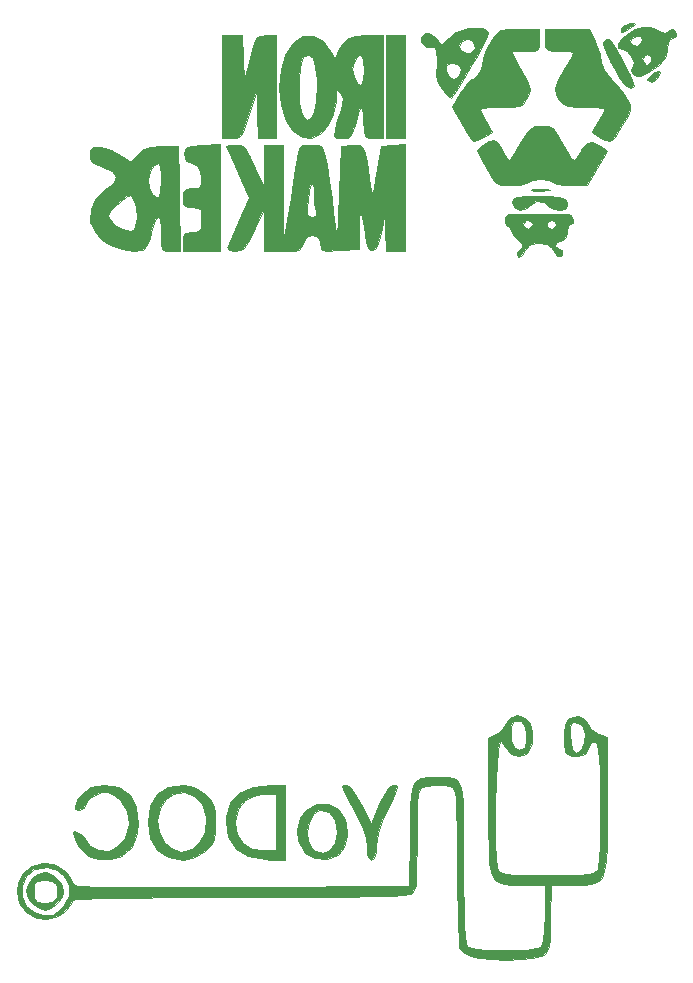
<source format=gbr>
%TF.GenerationSoftware,KiCad,Pcbnew,(5.1.6)-1*%
%TF.CreationDate,2020-09-14T15:10:25-05:00*%
%TF.ProjectId,Follower_Line_PCB_IM,466f6c6c-6f77-4657-925f-4c696e655f50,Iron Makers*%
%TF.SameCoordinates,Original*%
%TF.FileFunction,Legend,Bot*%
%TF.FilePolarity,Positive*%
%FSLAX46Y46*%
G04 Gerber Fmt 4.6, Leading zero omitted, Abs format (unit mm)*
G04 Created by KiCad (PCBNEW (5.1.6)-1) date 2020-09-14 15:10:25*
%MOMM*%
%LPD*%
G01*
G04 APERTURE LIST*
%ADD10C,0.010000*%
G04 APERTURE END LIST*
D10*
%TO.C,G\u002A\u002A\u002A*%
G36*
X153018997Y-126511420D02*
G01*
X152621955Y-127108955D01*
X152615818Y-127131569D01*
X152295571Y-127593452D01*
X151853700Y-127893409D01*
X151214666Y-128184572D01*
X151214666Y-133970070D01*
X151215321Y-136016262D01*
X151234712Y-137594119D01*
X151298983Y-138764423D01*
X151434277Y-139587954D01*
X151666735Y-140125492D01*
X152022502Y-140437819D01*
X152527718Y-140585714D01*
X153208527Y-140629959D01*
X154079770Y-140631333D01*
X155977166Y-140631333D01*
X155977166Y-143091958D01*
X155940740Y-144443273D01*
X155835806Y-145385042D01*
X155668883Y-145860231D01*
X155659666Y-145870083D01*
X155245311Y-146021075D01*
X154444454Y-146125586D01*
X153397717Y-146183618D01*
X152245718Y-146195171D01*
X151129079Y-146160244D01*
X150188419Y-146078837D01*
X149564358Y-145950950D01*
X149415500Y-145870083D01*
X149307985Y-145589720D01*
X149224683Y-144963335D01*
X149163839Y-143952368D01*
X149123700Y-142518260D01*
X149102511Y-140622450D01*
X149098000Y-138891022D01*
X149097484Y-136721804D01*
X149084152Y-135024195D01*
X149040324Y-133740659D01*
X148948322Y-132813659D01*
X148790467Y-132185660D01*
X148549080Y-131799126D01*
X148206482Y-131596520D01*
X147744994Y-131520307D01*
X147146939Y-131512952D01*
X146832136Y-131516742D01*
X146060813Y-131538051D01*
X145492601Y-131632036D01*
X145094832Y-131869602D01*
X144834841Y-132321657D01*
X144679959Y-133059106D01*
X144597520Y-134152856D01*
X144554857Y-135673812D01*
X144540361Y-136491211D01*
X144467791Y-140763625D01*
X130246437Y-140832069D01*
X127079785Y-140845519D01*
X124403762Y-140852372D01*
X122179862Y-140851829D01*
X120369580Y-140843093D01*
X118934410Y-140825366D01*
X117835846Y-140797851D01*
X117035381Y-140759749D01*
X116494512Y-140710263D01*
X116174731Y-140648595D01*
X116037533Y-140573947D01*
X116025083Y-140537420D01*
X115850457Y-140123136D01*
X115420876Y-139573379D01*
X115327545Y-139476788D01*
X114448786Y-138915364D01*
X113488227Y-138790047D01*
X112569429Y-139049247D01*
X111815953Y-139641379D01*
X111351361Y-140514856D01*
X111262583Y-141173922D01*
X111485821Y-142202463D01*
X112073945Y-142974357D01*
X112904568Y-143439316D01*
X113855306Y-143547051D01*
X114803772Y-143247275D01*
X115327545Y-142844212D01*
X115784020Y-142331659D01*
X116017272Y-141960091D01*
X116025083Y-141918170D01*
X116281560Y-141874714D01*
X117018574Y-141833962D01*
X118187500Y-141796708D01*
X119739710Y-141763741D01*
X121626578Y-141735853D01*
X123799480Y-141713836D01*
X126209787Y-141698482D01*
X128808875Y-141690580D01*
X130065394Y-141689666D01*
X133596851Y-141684362D01*
X136655846Y-141668562D01*
X139233404Y-141642435D01*
X141320551Y-141606149D01*
X142908314Y-141559875D01*
X143058501Y-141552070D01*
X115695645Y-141552070D01*
X115316831Y-142392967D01*
X115111068Y-142627735D01*
X114334670Y-143164960D01*
X113486274Y-143225500D01*
X112748123Y-142978262D01*
X112033594Y-142404467D01*
X111683362Y-141602462D01*
X111693088Y-140723674D01*
X112058435Y-139919531D01*
X112775067Y-139341464D01*
X112853276Y-139307094D01*
X113811054Y-139138577D01*
X114646846Y-139385690D01*
X115287986Y-139941558D01*
X115661807Y-140699309D01*
X115695645Y-141552070D01*
X143058501Y-141552070D01*
X143987717Y-141503780D01*
X144549786Y-141438033D01*
X144617477Y-141415774D01*
X144811065Y-141275435D01*
X144948761Y-141040385D01*
X145039979Y-140628850D01*
X145094134Y-139959057D01*
X145120641Y-138949232D01*
X145128915Y-137517602D01*
X145129249Y-136970774D01*
X145146588Y-135138604D01*
X145200020Y-133804471D01*
X145291669Y-132938334D01*
X145423662Y-132510155D01*
X145446750Y-132482166D01*
X145950468Y-132261647D01*
X146727492Y-132175148D01*
X147539216Y-132222668D01*
X148147032Y-132404208D01*
X148251333Y-132482166D01*
X148360434Y-132767004D01*
X148444890Y-133402995D01*
X148506508Y-134428439D01*
X148547096Y-135881635D01*
X148568461Y-137800881D01*
X148572884Y-139295187D01*
X148581860Y-141107743D01*
X148604933Y-142751132D01*
X148639823Y-144149180D01*
X148684251Y-145225717D01*
X148735935Y-145904569D01*
X148776707Y-146104885D01*
X149154993Y-146421907D01*
X149715921Y-146700197D01*
X150433773Y-146856302D01*
X151478714Y-146945991D01*
X152685989Y-146970934D01*
X153890847Y-146932799D01*
X154928533Y-146833254D01*
X155634296Y-146673966D01*
X155712583Y-146639476D01*
X156005959Y-146464821D01*
X156200291Y-146225548D01*
X156319914Y-145816885D01*
X156389164Y-145134059D01*
X156432376Y-144072297D01*
X156449138Y-143468377D01*
X156524235Y-140631333D01*
X158367367Y-140631333D01*
X159251926Y-140625783D01*
X159935571Y-140568887D01*
X160444174Y-140400276D01*
X160803611Y-140059580D01*
X161039753Y-139486432D01*
X161178475Y-138620461D01*
X161245650Y-137401299D01*
X161267150Y-135768576D01*
X161268833Y-133861475D01*
X161268833Y-128149951D01*
X160560197Y-127882471D01*
X159368656Y-127882471D01*
X159317140Y-128657131D01*
X159054957Y-129230639D01*
X158659155Y-129461987D01*
X158517144Y-129440817D01*
X158330523Y-129143308D01*
X158186134Y-128496110D01*
X158144648Y-128088677D01*
X158115522Y-127334688D01*
X158195847Y-126979547D01*
X158443424Y-126895462D01*
X158673815Y-126918735D01*
X159126699Y-127111263D01*
X159334643Y-127618243D01*
X159368656Y-127882471D01*
X160560197Y-127882471D01*
X160486445Y-127854633D01*
X159872610Y-127461457D01*
X159626550Y-127017720D01*
X159337996Y-126565902D01*
X158775693Y-126372506D01*
X158152421Y-126487855D01*
X157946978Y-126620503D01*
X157708202Y-127085200D01*
X157584592Y-127844115D01*
X157588053Y-128672472D01*
X157730488Y-129345496D01*
X157795864Y-129473874D01*
X158208442Y-129708316D01*
X158784000Y-129738457D01*
X159392370Y-129538765D01*
X159632983Y-129058185D01*
X159635616Y-129040346D01*
X159857521Y-128565858D01*
X160164782Y-128514607D01*
X160319764Y-128594403D01*
X160436619Y-128811992D01*
X160522193Y-129236312D01*
X160583332Y-129936303D01*
X160626879Y-130980904D01*
X160659680Y-132439052D01*
X160679257Y-133696123D01*
X160691585Y-135682495D01*
X160668499Y-137282941D01*
X160611524Y-138456224D01*
X160522183Y-139161106D01*
X160471510Y-139315092D01*
X160327002Y-139517785D01*
X160089911Y-139660182D01*
X159675410Y-139752816D01*
X158998672Y-139806226D01*
X157974871Y-139830946D01*
X156519178Y-139837513D01*
X156264837Y-139837583D01*
X154634033Y-139825546D01*
X153462538Y-139785447D01*
X152680955Y-139711302D01*
X152219887Y-139597126D01*
X152035112Y-139472875D01*
X151919292Y-139106613D01*
X151840626Y-138314157D01*
X151797972Y-137067816D01*
X151790188Y-135339899D01*
X151804278Y-133872326D01*
X151844527Y-131863690D01*
X151906697Y-130353464D01*
X151996287Y-129311147D01*
X152118797Y-128706236D01*
X152279725Y-128508230D01*
X152484572Y-128686628D01*
X152672853Y-129054820D01*
X153127733Y-129567863D01*
X153765387Y-129747257D01*
X154375242Y-129559064D01*
X154573280Y-129361099D01*
X154878286Y-128611803D01*
X154884663Y-128450047D01*
X154405148Y-128450047D01*
X154272277Y-128995206D01*
X154204131Y-129087007D01*
X153772188Y-129264990D01*
X153391586Y-128993653D01*
X153148538Y-128351693D01*
X153114845Y-128092704D01*
X153142615Y-127184365D01*
X153416040Y-126740886D01*
X153938671Y-126756593D01*
X153948548Y-126760342D01*
X154218263Y-127104842D01*
X154378803Y-127744001D01*
X154405148Y-128450047D01*
X154884663Y-128450047D01*
X154913079Y-127729358D01*
X154694863Y-126932730D01*
X154348760Y-126503711D01*
X153656965Y-126287077D01*
X153018997Y-126511420D01*
G37*
X153018997Y-126511420D02*
X152621955Y-127108955D01*
X152615818Y-127131569D01*
X152295571Y-127593452D01*
X151853700Y-127893409D01*
X151214666Y-128184572D01*
X151214666Y-133970070D01*
X151215321Y-136016262D01*
X151234712Y-137594119D01*
X151298983Y-138764423D01*
X151434277Y-139587954D01*
X151666735Y-140125492D01*
X152022502Y-140437819D01*
X152527718Y-140585714D01*
X153208527Y-140629959D01*
X154079770Y-140631333D01*
X155977166Y-140631333D01*
X155977166Y-143091958D01*
X155940740Y-144443273D01*
X155835806Y-145385042D01*
X155668883Y-145860231D01*
X155659666Y-145870083D01*
X155245311Y-146021075D01*
X154444454Y-146125586D01*
X153397717Y-146183618D01*
X152245718Y-146195171D01*
X151129079Y-146160244D01*
X150188419Y-146078837D01*
X149564358Y-145950950D01*
X149415500Y-145870083D01*
X149307985Y-145589720D01*
X149224683Y-144963335D01*
X149163839Y-143952368D01*
X149123700Y-142518260D01*
X149102511Y-140622450D01*
X149098000Y-138891022D01*
X149097484Y-136721804D01*
X149084152Y-135024195D01*
X149040324Y-133740659D01*
X148948322Y-132813659D01*
X148790467Y-132185660D01*
X148549080Y-131799126D01*
X148206482Y-131596520D01*
X147744994Y-131520307D01*
X147146939Y-131512952D01*
X146832136Y-131516742D01*
X146060813Y-131538051D01*
X145492601Y-131632036D01*
X145094832Y-131869602D01*
X144834841Y-132321657D01*
X144679959Y-133059106D01*
X144597520Y-134152856D01*
X144554857Y-135673812D01*
X144540361Y-136491211D01*
X144467791Y-140763625D01*
X130246437Y-140832069D01*
X127079785Y-140845519D01*
X124403762Y-140852372D01*
X122179862Y-140851829D01*
X120369580Y-140843093D01*
X118934410Y-140825366D01*
X117835846Y-140797851D01*
X117035381Y-140759749D01*
X116494512Y-140710263D01*
X116174731Y-140648595D01*
X116037533Y-140573947D01*
X116025083Y-140537420D01*
X115850457Y-140123136D01*
X115420876Y-139573379D01*
X115327545Y-139476788D01*
X114448786Y-138915364D01*
X113488227Y-138790047D01*
X112569429Y-139049247D01*
X111815953Y-139641379D01*
X111351361Y-140514856D01*
X111262583Y-141173922D01*
X111485821Y-142202463D01*
X112073945Y-142974357D01*
X112904568Y-143439316D01*
X113855306Y-143547051D01*
X114803772Y-143247275D01*
X115327545Y-142844212D01*
X115784020Y-142331659D01*
X116017272Y-141960091D01*
X116025083Y-141918170D01*
X116281560Y-141874714D01*
X117018574Y-141833962D01*
X118187500Y-141796708D01*
X119739710Y-141763741D01*
X121626578Y-141735853D01*
X123799480Y-141713836D01*
X126209787Y-141698482D01*
X128808875Y-141690580D01*
X130065394Y-141689666D01*
X133596851Y-141684362D01*
X136655846Y-141668562D01*
X139233404Y-141642435D01*
X141320551Y-141606149D01*
X142908314Y-141559875D01*
X143058501Y-141552070D01*
X115695645Y-141552070D01*
X115316831Y-142392967D01*
X115111068Y-142627735D01*
X114334670Y-143164960D01*
X113486274Y-143225500D01*
X112748123Y-142978262D01*
X112033594Y-142404467D01*
X111683362Y-141602462D01*
X111693088Y-140723674D01*
X112058435Y-139919531D01*
X112775067Y-139341464D01*
X112853276Y-139307094D01*
X113811054Y-139138577D01*
X114646846Y-139385690D01*
X115287986Y-139941558D01*
X115661807Y-140699309D01*
X115695645Y-141552070D01*
X143058501Y-141552070D01*
X143987717Y-141503780D01*
X144549786Y-141438033D01*
X144617477Y-141415774D01*
X144811065Y-141275435D01*
X144948761Y-141040385D01*
X145039979Y-140628850D01*
X145094134Y-139959057D01*
X145120641Y-138949232D01*
X145128915Y-137517602D01*
X145129249Y-136970774D01*
X145146588Y-135138604D01*
X145200020Y-133804471D01*
X145291669Y-132938334D01*
X145423662Y-132510155D01*
X145446750Y-132482166D01*
X145950468Y-132261647D01*
X146727492Y-132175148D01*
X147539216Y-132222668D01*
X148147032Y-132404208D01*
X148251333Y-132482166D01*
X148360434Y-132767004D01*
X148444890Y-133402995D01*
X148506508Y-134428439D01*
X148547096Y-135881635D01*
X148568461Y-137800881D01*
X148572884Y-139295187D01*
X148581860Y-141107743D01*
X148604933Y-142751132D01*
X148639823Y-144149180D01*
X148684251Y-145225717D01*
X148735935Y-145904569D01*
X148776707Y-146104885D01*
X149154993Y-146421907D01*
X149715921Y-146700197D01*
X150433773Y-146856302D01*
X151478714Y-146945991D01*
X152685989Y-146970934D01*
X153890847Y-146932799D01*
X154928533Y-146833254D01*
X155634296Y-146673966D01*
X155712583Y-146639476D01*
X156005959Y-146464821D01*
X156200291Y-146225548D01*
X156319914Y-145816885D01*
X156389164Y-145134059D01*
X156432376Y-144072297D01*
X156449138Y-143468377D01*
X156524235Y-140631333D01*
X158367367Y-140631333D01*
X159251926Y-140625783D01*
X159935571Y-140568887D01*
X160444174Y-140400276D01*
X160803611Y-140059580D01*
X161039753Y-139486432D01*
X161178475Y-138620461D01*
X161245650Y-137401299D01*
X161267150Y-135768576D01*
X161268833Y-133861475D01*
X161268833Y-128149951D01*
X160560197Y-127882471D01*
X159368656Y-127882471D01*
X159317140Y-128657131D01*
X159054957Y-129230639D01*
X158659155Y-129461987D01*
X158517144Y-129440817D01*
X158330523Y-129143308D01*
X158186134Y-128496110D01*
X158144648Y-128088677D01*
X158115522Y-127334688D01*
X158195847Y-126979547D01*
X158443424Y-126895462D01*
X158673815Y-126918735D01*
X159126699Y-127111263D01*
X159334643Y-127618243D01*
X159368656Y-127882471D01*
X160560197Y-127882471D01*
X160486445Y-127854633D01*
X159872610Y-127461457D01*
X159626550Y-127017720D01*
X159337996Y-126565902D01*
X158775693Y-126372506D01*
X158152421Y-126487855D01*
X157946978Y-126620503D01*
X157708202Y-127085200D01*
X157584592Y-127844115D01*
X157588053Y-128672472D01*
X157730488Y-129345496D01*
X157795864Y-129473874D01*
X158208442Y-129708316D01*
X158784000Y-129738457D01*
X159392370Y-129538765D01*
X159632983Y-129058185D01*
X159635616Y-129040346D01*
X159857521Y-128565858D01*
X160164782Y-128514607D01*
X160319764Y-128594403D01*
X160436619Y-128811992D01*
X160522193Y-129236312D01*
X160583332Y-129936303D01*
X160626879Y-130980904D01*
X160659680Y-132439052D01*
X160679257Y-133696123D01*
X160691585Y-135682495D01*
X160668499Y-137282941D01*
X160611524Y-138456224D01*
X160522183Y-139161106D01*
X160471510Y-139315092D01*
X160327002Y-139517785D01*
X160089911Y-139660182D01*
X159675410Y-139752816D01*
X158998672Y-139806226D01*
X157974871Y-139830946D01*
X156519178Y-139837513D01*
X156264837Y-139837583D01*
X154634033Y-139825546D01*
X153462538Y-139785447D01*
X152680955Y-139711302D01*
X152219887Y-139597126D01*
X152035112Y-139472875D01*
X151919292Y-139106613D01*
X151840626Y-138314157D01*
X151797972Y-137067816D01*
X151790188Y-135339899D01*
X151804278Y-133872326D01*
X151844527Y-131863690D01*
X151906697Y-130353464D01*
X151996287Y-129311147D01*
X152118797Y-128706236D01*
X152279725Y-128508230D01*
X152484572Y-128686628D01*
X152672853Y-129054820D01*
X153127733Y-129567863D01*
X153765387Y-129747257D01*
X154375242Y-129559064D01*
X154573280Y-129361099D01*
X154878286Y-128611803D01*
X154884663Y-128450047D01*
X154405148Y-128450047D01*
X154272277Y-128995206D01*
X154204131Y-129087007D01*
X153772188Y-129264990D01*
X153391586Y-128993653D01*
X153148538Y-128351693D01*
X153114845Y-128092704D01*
X153142615Y-127184365D01*
X153416040Y-126740886D01*
X153938671Y-126756593D01*
X153948548Y-126760342D01*
X154218263Y-127104842D01*
X154378803Y-127744001D01*
X154405148Y-128450047D01*
X154884663Y-128450047D01*
X154913079Y-127729358D01*
X154694863Y-126932730D01*
X154348760Y-126503711D01*
X153656965Y-126287077D01*
X153018997Y-126511420D01*
G36*
X138935715Y-132175624D02*
G01*
X138833508Y-132267176D01*
X138892574Y-132527346D01*
X139139791Y-133044153D01*
X139602040Y-133905620D01*
X139833861Y-134331005D01*
X140475782Y-135636825D01*
X140812804Y-136670393D01*
X140892195Y-137390187D01*
X140953369Y-138151763D01*
X141151135Y-138482751D01*
X141292791Y-138514666D01*
X141553727Y-138359654D01*
X141673065Y-137832025D01*
X141689666Y-137317436D01*
X141830488Y-136248150D01*
X142279410Y-134989994D01*
X142615708Y-134281333D01*
X143117009Y-133277615D01*
X143402198Y-132655218D01*
X143493529Y-132323022D01*
X143413255Y-132189909D01*
X143183630Y-132164760D01*
X143132653Y-132164666D01*
X142797830Y-132401995D01*
X142362078Y-133055645D01*
X141982252Y-133818312D01*
X141240948Y-135471958D01*
X140403165Y-133818312D01*
X139933652Y-132995038D01*
X139495927Y-132403026D01*
X139181396Y-132165083D01*
X139172316Y-132164666D01*
X138935715Y-132175624D01*
G37*
X138935715Y-132175624D02*
X138833508Y-132267176D01*
X138892574Y-132527346D01*
X139139791Y-133044153D01*
X139602040Y-133905620D01*
X139833861Y-134331005D01*
X140475782Y-135636825D01*
X140812804Y-136670393D01*
X140892195Y-137390187D01*
X140953369Y-138151763D01*
X141151135Y-138482751D01*
X141292791Y-138514666D01*
X141553727Y-138359654D01*
X141673065Y-137832025D01*
X141689666Y-137317436D01*
X141830488Y-136248150D01*
X142279410Y-134989994D01*
X142615708Y-134281333D01*
X143117009Y-133277615D01*
X143402198Y-132655218D01*
X143493529Y-132323022D01*
X143413255Y-132189909D01*
X143183630Y-132164760D01*
X143132653Y-132164666D01*
X142797830Y-132401995D01*
X142362078Y-133055645D01*
X141982252Y-133818312D01*
X141240948Y-135471958D01*
X140403165Y-133818312D01*
X139933652Y-132995038D01*
X139495927Y-132403026D01*
X139181396Y-132165083D01*
X139172316Y-132164666D01*
X138935715Y-132175624D01*
G36*
X136680864Y-133825219D02*
G01*
X135772223Y-134300537D01*
X135243779Y-135020591D01*
X135029134Y-135974793D01*
X135132836Y-136967890D01*
X135559434Y-137804633D01*
X135687448Y-137939379D01*
X136546366Y-138413659D01*
X137541090Y-138469425D01*
X138445232Y-138110187D01*
X138963261Y-137458265D01*
X139220118Y-136526581D01*
X139203289Y-136133417D01*
X138370348Y-136133417D01*
X138211625Y-137073038D01*
X137797112Y-137706516D01*
X137219298Y-137970161D01*
X136570669Y-137800282D01*
X136284607Y-137569726D01*
X135940997Y-136941483D01*
X135862287Y-136140167D01*
X136012175Y-135326411D01*
X136354357Y-134660849D01*
X136852529Y-134304117D01*
X137027787Y-134281333D01*
X137731922Y-134516958D01*
X138200748Y-135165050D01*
X138370348Y-136133417D01*
X139203289Y-136133417D01*
X139176844Y-135515620D01*
X139037818Y-135060562D01*
X138447672Y-134209061D01*
X137626148Y-133788931D01*
X136680864Y-133825219D01*
G37*
X136680864Y-133825219D02*
X135772223Y-134300537D01*
X135243779Y-135020591D01*
X135029134Y-135974793D01*
X135132836Y-136967890D01*
X135559434Y-137804633D01*
X135687448Y-137939379D01*
X136546366Y-138413659D01*
X137541090Y-138469425D01*
X138445232Y-138110187D01*
X138963261Y-137458265D01*
X139220118Y-136526581D01*
X139203289Y-136133417D01*
X138370348Y-136133417D01*
X138211625Y-137073038D01*
X137797112Y-137706516D01*
X137219298Y-137970161D01*
X136570669Y-137800282D01*
X136284607Y-137569726D01*
X135940997Y-136941483D01*
X135862287Y-136140167D01*
X136012175Y-135326411D01*
X136354357Y-134660849D01*
X136852529Y-134304117D01*
X137027787Y-134281333D01*
X137731922Y-134516958D01*
X138200748Y-135165050D01*
X138370348Y-136133417D01*
X139203289Y-136133417D01*
X139176844Y-135515620D01*
X139037818Y-135060562D01*
X138447672Y-134209061D01*
X137626148Y-133788931D01*
X136680864Y-133825219D01*
G36*
X131275424Y-132341404D02*
G01*
X130117644Y-132863881D01*
X129358278Y-133720495D01*
X129011312Y-134899644D01*
X128989666Y-135339667D01*
X129202751Y-136618806D01*
X129832679Y-137579095D01*
X130865461Y-138208931D01*
X132287110Y-138496713D01*
X132817626Y-138514666D01*
X134016750Y-138514666D01*
X134016750Y-132958416D01*
X133223000Y-132958416D01*
X133223000Y-137720917D01*
X132152640Y-137720917D01*
X131193064Y-137580420D01*
X130460473Y-137098785D01*
X130432848Y-137071485D01*
X129940344Y-136354672D01*
X129784100Y-135425034D01*
X129783416Y-135339667D01*
X129996734Y-134214106D01*
X130607502Y-133422722D01*
X131571943Y-133009513D01*
X132152640Y-132958416D01*
X133223000Y-132958416D01*
X134016750Y-132958416D01*
X134016750Y-132164666D01*
X132817626Y-132164666D01*
X131275424Y-132341404D01*
G37*
X131275424Y-132341404D02*
X130117644Y-132863881D01*
X129358278Y-133720495D01*
X129011312Y-134899644D01*
X128989666Y-135339667D01*
X129202751Y-136618806D01*
X129832679Y-137579095D01*
X130865461Y-138208931D01*
X132287110Y-138496713D01*
X132817626Y-138514666D01*
X134016750Y-138514666D01*
X134016750Y-132958416D01*
X133223000Y-132958416D01*
X133223000Y-137720917D01*
X132152640Y-137720917D01*
X131193064Y-137580420D01*
X130460473Y-137098785D01*
X130432848Y-137071485D01*
X129940344Y-136354672D01*
X129784100Y-135425034D01*
X129783416Y-135339667D01*
X129996734Y-134214106D01*
X130607502Y-133422722D01*
X131571943Y-133009513D01*
X132152640Y-132958416D01*
X133223000Y-132958416D01*
X134016750Y-132958416D01*
X134016750Y-132164666D01*
X132817626Y-132164666D01*
X131275424Y-132341404D01*
G36*
X124113373Y-132371811D02*
G01*
X123166617Y-132979076D01*
X122580463Y-133965204D01*
X122375165Y-135308941D01*
X122375083Y-135339667D01*
X122572467Y-136690418D01*
X123151117Y-137683991D01*
X124090780Y-138299131D01*
X125371200Y-138514580D01*
X125400478Y-138514666D01*
X126353524Y-138317526D01*
X127199554Y-137742620D01*
X127682446Y-137264994D01*
X127941633Y-136808551D01*
X128045757Y-136182407D01*
X128063624Y-135339667D01*
X128054686Y-134998561D01*
X127304024Y-134998561D01*
X127232666Y-136177590D01*
X126747556Y-137118067D01*
X126074035Y-137643765D01*
X125196719Y-137851849D01*
X124358746Y-137551527D01*
X123764145Y-137023322D01*
X123284564Y-136161468D01*
X123165509Y-135156032D01*
X123378598Y-134168536D01*
X123895446Y-133360499D01*
X124477421Y-132964351D01*
X125447290Y-132802520D01*
X126294390Y-133108764D01*
X126935935Y-133823505D01*
X127289138Y-134887163D01*
X127304024Y-134998561D01*
X128054686Y-134998561D01*
X128039167Y-134406371D01*
X127920035Y-133810717D01*
X127637589Y-133361820D01*
X127199554Y-132936713D01*
X126283961Y-132331955D01*
X125400478Y-132164666D01*
X124113373Y-132371811D01*
G37*
X124113373Y-132371811D02*
X123166617Y-132979076D01*
X122580463Y-133965204D01*
X122375165Y-135308941D01*
X122375083Y-135339667D01*
X122572467Y-136690418D01*
X123151117Y-137683991D01*
X124090780Y-138299131D01*
X125371200Y-138514580D01*
X125400478Y-138514666D01*
X126353524Y-138317526D01*
X127199554Y-137742620D01*
X127682446Y-137264994D01*
X127941633Y-136808551D01*
X128045757Y-136182407D01*
X128063624Y-135339667D01*
X128054686Y-134998561D01*
X127304024Y-134998561D01*
X127232666Y-136177590D01*
X126747556Y-137118067D01*
X126074035Y-137643765D01*
X125196719Y-137851849D01*
X124358746Y-137551527D01*
X123764145Y-137023322D01*
X123284564Y-136161468D01*
X123165509Y-135156032D01*
X123378598Y-134168536D01*
X123895446Y-133360499D01*
X124477421Y-132964351D01*
X125447290Y-132802520D01*
X126294390Y-133108764D01*
X126935935Y-133823505D01*
X127289138Y-134887163D01*
X127304024Y-134998561D01*
X128054686Y-134998561D01*
X128039167Y-134406371D01*
X127920035Y-133810717D01*
X127637589Y-133361820D01*
X127199554Y-132936713D01*
X126283961Y-132331955D01*
X125400478Y-132164666D01*
X124113373Y-132371811D01*
G36*
X117553830Y-132353206D02*
G01*
X116764744Y-132954980D01*
X116417902Y-133495427D01*
X116167824Y-134027695D01*
X116198331Y-134241566D01*
X116533205Y-134281322D01*
X116547455Y-134281333D01*
X116980292Y-134131159D01*
X117083416Y-133916855D01*
X117336249Y-133366233D01*
X118063215Y-132943237D01*
X118467300Y-132820384D01*
X119028331Y-132780486D01*
X119547181Y-133040849D01*
X119987174Y-133440219D01*
X120635107Y-134423056D01*
X120782998Y-135535956D01*
X120447739Y-136657369D01*
X119845070Y-137387870D01*
X119056035Y-137751418D01*
X118225874Y-137739833D01*
X117499830Y-137344935D01*
X117135125Y-136843919D01*
X116807151Y-136407852D01*
X116408194Y-136136593D01*
X116100101Y-136112530D01*
X116025083Y-136278847D01*
X116186446Y-136771047D01*
X116571518Y-137416458D01*
X117031777Y-137992184D01*
X117333344Y-138242240D01*
X118191561Y-138473939D01*
X119225682Y-138451911D01*
X120152537Y-138185621D01*
X120229293Y-138145439D01*
X121044351Y-137402754D01*
X121486795Y-136289955D01*
X121571957Y-135392673D01*
X121387448Y-134031277D01*
X120825980Y-133020518D01*
X119913405Y-132388869D01*
X118675572Y-132164800D01*
X118641073Y-132164667D01*
X117553830Y-132353206D01*
G37*
X117553830Y-132353206D02*
X116764744Y-132954980D01*
X116417902Y-133495427D01*
X116167824Y-134027695D01*
X116198331Y-134241566D01*
X116533205Y-134281322D01*
X116547455Y-134281333D01*
X116980292Y-134131159D01*
X117083416Y-133916855D01*
X117336249Y-133366233D01*
X118063215Y-132943237D01*
X118467300Y-132820384D01*
X119028331Y-132780486D01*
X119547181Y-133040849D01*
X119987174Y-133440219D01*
X120635107Y-134423056D01*
X120782998Y-135535956D01*
X120447739Y-136657369D01*
X119845070Y-137387870D01*
X119056035Y-137751418D01*
X118225874Y-137739833D01*
X117499830Y-137344935D01*
X117135125Y-136843919D01*
X116807151Y-136407852D01*
X116408194Y-136136593D01*
X116100101Y-136112530D01*
X116025083Y-136278847D01*
X116186446Y-136771047D01*
X116571518Y-137416458D01*
X117031777Y-137992184D01*
X117333344Y-138242240D01*
X118191561Y-138473939D01*
X119225682Y-138451911D01*
X120152537Y-138185621D01*
X120229293Y-138145439D01*
X121044351Y-137402754D01*
X121486795Y-136289955D01*
X121571957Y-135392673D01*
X121387448Y-134031277D01*
X120825980Y-133020518D01*
X119913405Y-132388869D01*
X118675572Y-132164800D01*
X118641073Y-132164667D01*
X117553830Y-132353206D01*
G36*
X113067852Y-139752573D02*
G01*
X112585499Y-140102166D01*
X112189092Y-140678147D01*
X112056333Y-141160500D01*
X112235906Y-141736481D01*
X112585499Y-142218833D01*
X113161480Y-142615241D01*
X113643833Y-142748000D01*
X114219814Y-142568427D01*
X114702166Y-142218833D01*
X115098574Y-141642852D01*
X115231333Y-141160500D01*
X115125502Y-140849013D01*
X114656944Y-140849013D01*
X114656336Y-141668044D01*
X114331918Y-142091951D01*
X113639550Y-142174834D01*
X113579506Y-142169587D01*
X112998986Y-142061200D01*
X112762104Y-141772841D01*
X112717791Y-141160500D01*
X112758749Y-140539837D01*
X112989831Y-140285299D01*
X113573347Y-140234573D01*
X113643833Y-140234458D01*
X114291180Y-140297288D01*
X114582733Y-140552611D01*
X114656944Y-140849013D01*
X115125502Y-140849013D01*
X115007357Y-140501289D01*
X114466770Y-139911769D01*
X113806582Y-139588949D01*
X113643833Y-139573000D01*
X113067852Y-139752573D01*
G37*
X113067852Y-139752573D02*
X112585499Y-140102166D01*
X112189092Y-140678147D01*
X112056333Y-141160500D01*
X112235906Y-141736481D01*
X112585499Y-142218833D01*
X113161480Y-142615241D01*
X113643833Y-142748000D01*
X114219814Y-142568427D01*
X114702166Y-142218833D01*
X115098574Y-141642852D01*
X115231333Y-141160500D01*
X115125502Y-140849013D01*
X114656944Y-140849013D01*
X114656336Y-141668044D01*
X114331918Y-142091951D01*
X113639550Y-142174834D01*
X113579506Y-142169587D01*
X112998986Y-142061200D01*
X112762104Y-141772841D01*
X112717791Y-141160500D01*
X112758749Y-140539837D01*
X112989831Y-140285299D01*
X113573347Y-140234573D01*
X113643833Y-140234458D01*
X114291180Y-140297288D01*
X114582733Y-140552611D01*
X114656944Y-140849013D01*
X115125502Y-140849013D01*
X115007357Y-140501289D01*
X114466770Y-139911769D01*
X113806582Y-139588949D01*
X113643833Y-139573000D01*
X113067852Y-139752573D01*
G36*
X154545225Y-83834633D02*
G01*
X153624402Y-83844392D01*
X153007862Y-83859130D01*
X152910646Y-83864222D01*
X152658146Y-84075063D01*
X152585185Y-84480044D01*
X152709867Y-84807402D01*
X152844500Y-84857167D01*
X153081708Y-85070382D01*
X153109084Y-85239039D01*
X153307931Y-85664664D01*
X153693620Y-86030336D01*
X154077275Y-86389340D01*
X154021120Y-86690632D01*
X153958203Y-86759714D01*
X153670488Y-87185365D01*
X153709790Y-87467168D01*
X153840093Y-87503000D01*
X154087820Y-87290188D01*
X154303114Y-86907687D01*
X154646829Y-86472984D01*
X155267336Y-86317987D01*
X155490333Y-86312375D01*
X156209690Y-86410732D01*
X156606623Y-86765914D01*
X156677553Y-86907687D01*
X157009355Y-87425525D01*
X157327222Y-87419770D01*
X157475863Y-87236548D01*
X157418807Y-86934054D01*
X157226895Y-86811365D01*
X156846166Y-86535951D01*
X156973962Y-86255115D01*
X157342417Y-86103420D01*
X157776635Y-85766331D01*
X157871583Y-85263197D01*
X157952919Y-84797786D01*
X158028634Y-84767660D01*
X156958373Y-84767660D01*
X156759286Y-85063885D01*
X156548667Y-85121750D01*
X156203666Y-84931259D01*
X156163091Y-84875449D01*
X156171341Y-84724875D01*
X154961167Y-84724875D01*
X154749377Y-85075651D01*
X154564292Y-85121750D01*
X154213515Y-84909960D01*
X154167417Y-84724875D01*
X154379207Y-84374098D01*
X154564292Y-84328000D01*
X154915068Y-84539790D01*
X154961167Y-84724875D01*
X156171341Y-84724875D01*
X156180277Y-84561799D01*
X156498358Y-84394233D01*
X156817566Y-84462959D01*
X156958373Y-84767660D01*
X158028634Y-84767660D01*
X158136167Y-84724875D01*
X158350084Y-84650160D01*
X158400750Y-84387712D01*
X158195537Y-83950647D01*
X157937729Y-83852894D01*
X157466584Y-83838983D01*
X156632997Y-83831553D01*
X155603651Y-83830228D01*
X154545225Y-83834633D01*
G37*
X154545225Y-83834633D02*
X153624402Y-83844392D01*
X153007862Y-83859130D01*
X152910646Y-83864222D01*
X152658146Y-84075063D01*
X152585185Y-84480044D01*
X152709867Y-84807402D01*
X152844500Y-84857167D01*
X153081708Y-85070382D01*
X153109084Y-85239039D01*
X153307931Y-85664664D01*
X153693620Y-86030336D01*
X154077275Y-86389340D01*
X154021120Y-86690632D01*
X153958203Y-86759714D01*
X153670488Y-87185365D01*
X153709790Y-87467168D01*
X153840093Y-87503000D01*
X154087820Y-87290188D01*
X154303114Y-86907687D01*
X154646829Y-86472984D01*
X155267336Y-86317987D01*
X155490333Y-86312375D01*
X156209690Y-86410732D01*
X156606623Y-86765914D01*
X156677553Y-86907687D01*
X157009355Y-87425525D01*
X157327222Y-87419770D01*
X157475863Y-87236548D01*
X157418807Y-86934054D01*
X157226895Y-86811365D01*
X156846166Y-86535951D01*
X156973962Y-86255115D01*
X157342417Y-86103420D01*
X157776635Y-85766331D01*
X157871583Y-85263197D01*
X157952919Y-84797786D01*
X158028634Y-84767660D01*
X156958373Y-84767660D01*
X156759286Y-85063885D01*
X156548667Y-85121750D01*
X156203666Y-84931259D01*
X156163091Y-84875449D01*
X156171341Y-84724875D01*
X154961167Y-84724875D01*
X154749377Y-85075651D01*
X154564292Y-85121750D01*
X154213515Y-84909960D01*
X154167417Y-84724875D01*
X154379207Y-84374098D01*
X154564292Y-84328000D01*
X154915068Y-84539790D01*
X154961167Y-84724875D01*
X156171341Y-84724875D01*
X156180277Y-84561799D01*
X156498358Y-84394233D01*
X156817566Y-84462959D01*
X156958373Y-84767660D01*
X158028634Y-84767660D01*
X158136167Y-84724875D01*
X158350084Y-84650160D01*
X158400750Y-84387712D01*
X158195537Y-83950647D01*
X157937729Y-83852894D01*
X157466584Y-83838983D01*
X156632997Y-83831553D01*
X155603651Y-83830228D01*
X154545225Y-83834633D01*
G36*
X143127729Y-78028174D02*
G01*
X142142208Y-78110292D01*
X141817140Y-80060290D01*
X141647133Y-81013257D01*
X141496533Y-81740036D01*
X141394286Y-82102916D01*
X141384687Y-82117674D01*
X141299773Y-81939652D01*
X141189095Y-81368374D01*
X141098990Y-80707896D01*
X140943967Y-79476688D01*
X140794111Y-78681752D01*
X140600625Y-78232952D01*
X140314709Y-78040149D01*
X139887565Y-78013210D01*
X139649270Y-78030094D01*
X138689292Y-78110292D01*
X138557000Y-82079041D01*
X138424709Y-86047792D01*
X138086541Y-83644902D01*
X136600933Y-83644902D01*
X136578837Y-83986844D01*
X136251492Y-84063416D01*
X135955734Y-84008323D01*
X135836223Y-83755949D01*
X135859204Y-83175658D01*
X135910676Y-82744328D01*
X136062669Y-81837575D01*
X136217582Y-81344052D01*
X136348391Y-81294308D01*
X136428072Y-81718890D01*
X136440334Y-82145596D01*
X136478360Y-82941086D01*
X136572587Y-83554060D01*
X136600933Y-83644902D01*
X138086541Y-83644902D01*
X137940643Y-82608208D01*
X137707509Y-80949028D01*
X137527082Y-79741433D01*
X137371923Y-78913945D01*
X137214595Y-78395087D01*
X137027660Y-78113381D01*
X136783680Y-77997349D01*
X136455219Y-77975513D01*
X136163279Y-77978000D01*
X135550896Y-78002763D01*
X135228915Y-78169126D01*
X135065729Y-78615201D01*
X134965685Y-79234771D01*
X134845660Y-80029217D01*
X134668522Y-81171562D01*
X134461481Y-82487297D01*
X134315904Y-83401958D01*
X133850278Y-86312375D01*
X133822389Y-82145187D01*
X133794500Y-77978000D01*
X132207000Y-77978000D01*
X132204577Y-79763937D01*
X132202154Y-81549875D01*
X131369426Y-79763937D01*
X130915866Y-78837480D01*
X130571451Y-78299100D01*
X130245673Y-78046819D01*
X129848020Y-77978656D01*
X129784349Y-77978000D01*
X129244748Y-78021464D01*
X129032000Y-78120557D01*
X129134932Y-78409634D01*
X129409941Y-79060342D01*
X129806345Y-79954314D01*
X129996171Y-80372380D01*
X130960342Y-82481646D01*
X130104361Y-84397011D01*
X129681811Y-85345566D01*
X129336405Y-86126528D01*
X129131203Y-86597185D01*
X129111882Y-86643104D01*
X129217912Y-86897808D01*
X129756041Y-86973833D01*
X130181424Y-86927452D01*
X130512887Y-86720076D01*
X130842891Y-86249354D01*
X131263898Y-85412936D01*
X131369426Y-85187896D01*
X132202154Y-83401958D01*
X132204577Y-85187896D01*
X132207000Y-86973833D01*
X133765817Y-86973833D01*
X134645561Y-86954938D01*
X135136066Y-86862575D01*
X135376882Y-86643227D01*
X135490650Y-86312375D01*
X135786740Y-85785665D01*
X136313083Y-85650917D01*
X136809948Y-85758692D01*
X136965963Y-86184983D01*
X136969500Y-86325000D01*
X136996036Y-86691095D01*
X137156849Y-86885093D01*
X137573744Y-86950842D01*
X138368527Y-86932194D01*
X138623146Y-86920313D01*
X140276792Y-86841542D01*
X140242642Y-84989458D01*
X140254761Y-84102636D01*
X140325424Y-83724422D01*
X140442675Y-83838975D01*
X140594557Y-84430451D01*
X140769115Y-85483011D01*
X140803732Y-85732884D01*
X140951044Y-86517502D01*
X141150240Y-86876204D01*
X141419641Y-86919927D01*
X141715264Y-86689090D01*
X141959297Y-86073843D01*
X142162505Y-85118168D01*
X142461147Y-83401958D01*
X142493448Y-85187896D01*
X142525750Y-86973833D01*
X144113250Y-86973833D01*
X144113250Y-77946057D01*
X143127729Y-78028174D01*
G37*
X143127729Y-78028174D02*
X142142208Y-78110292D01*
X141817140Y-80060290D01*
X141647133Y-81013257D01*
X141496533Y-81740036D01*
X141394286Y-82102916D01*
X141384687Y-82117674D01*
X141299773Y-81939652D01*
X141189095Y-81368374D01*
X141098990Y-80707896D01*
X140943967Y-79476688D01*
X140794111Y-78681752D01*
X140600625Y-78232952D01*
X140314709Y-78040149D01*
X139887565Y-78013210D01*
X139649270Y-78030094D01*
X138689292Y-78110292D01*
X138557000Y-82079041D01*
X138424709Y-86047792D01*
X138086541Y-83644902D01*
X136600933Y-83644902D01*
X136578837Y-83986844D01*
X136251492Y-84063416D01*
X135955734Y-84008323D01*
X135836223Y-83755949D01*
X135859204Y-83175658D01*
X135910676Y-82744328D01*
X136062669Y-81837575D01*
X136217582Y-81344052D01*
X136348391Y-81294308D01*
X136428072Y-81718890D01*
X136440334Y-82145596D01*
X136478360Y-82941086D01*
X136572587Y-83554060D01*
X136600933Y-83644902D01*
X138086541Y-83644902D01*
X137940643Y-82608208D01*
X137707509Y-80949028D01*
X137527082Y-79741433D01*
X137371923Y-78913945D01*
X137214595Y-78395087D01*
X137027660Y-78113381D01*
X136783680Y-77997349D01*
X136455219Y-77975513D01*
X136163279Y-77978000D01*
X135550896Y-78002763D01*
X135228915Y-78169126D01*
X135065729Y-78615201D01*
X134965685Y-79234771D01*
X134845660Y-80029217D01*
X134668522Y-81171562D01*
X134461481Y-82487297D01*
X134315904Y-83401958D01*
X133850278Y-86312375D01*
X133822389Y-82145187D01*
X133794500Y-77978000D01*
X132207000Y-77978000D01*
X132204577Y-79763937D01*
X132202154Y-81549875D01*
X131369426Y-79763937D01*
X130915866Y-78837480D01*
X130571451Y-78299100D01*
X130245673Y-78046819D01*
X129848020Y-77978656D01*
X129784349Y-77978000D01*
X129244748Y-78021464D01*
X129032000Y-78120557D01*
X129134932Y-78409634D01*
X129409941Y-79060342D01*
X129806345Y-79954314D01*
X129996171Y-80372380D01*
X130960342Y-82481646D01*
X130104361Y-84397011D01*
X129681811Y-85345566D01*
X129336405Y-86126528D01*
X129131203Y-86597185D01*
X129111882Y-86643104D01*
X129217912Y-86897808D01*
X129756041Y-86973833D01*
X130181424Y-86927452D01*
X130512887Y-86720076D01*
X130842891Y-86249354D01*
X131263898Y-85412936D01*
X131369426Y-85187896D01*
X132202154Y-83401958D01*
X132204577Y-85187896D01*
X132207000Y-86973833D01*
X133765817Y-86973833D01*
X134645561Y-86954938D01*
X135136066Y-86862575D01*
X135376882Y-86643227D01*
X135490650Y-86312375D01*
X135786740Y-85785665D01*
X136313083Y-85650917D01*
X136809948Y-85758692D01*
X136965963Y-86184983D01*
X136969500Y-86325000D01*
X136996036Y-86691095D01*
X137156849Y-86885093D01*
X137573744Y-86950842D01*
X138368527Y-86932194D01*
X138623146Y-86920313D01*
X140276792Y-86841542D01*
X140242642Y-84989458D01*
X140254761Y-84102636D01*
X140325424Y-83724422D01*
X140442675Y-83838975D01*
X140594557Y-84430451D01*
X140769115Y-85483011D01*
X140803732Y-85732884D01*
X140951044Y-86517502D01*
X141150240Y-86876204D01*
X141419641Y-86919927D01*
X141715264Y-86689090D01*
X141959297Y-86073843D01*
X142162505Y-85118168D01*
X142461147Y-83401958D01*
X142493448Y-85187896D01*
X142525750Y-86973833D01*
X144113250Y-86973833D01*
X144113250Y-77946057D01*
X143127729Y-78028174D01*
G36*
X126985463Y-78030942D02*
G01*
X126128783Y-78093450D01*
X125674254Y-78207121D01*
X125494964Y-78433751D01*
X125464109Y-78771750D01*
X125609736Y-79321805D01*
X126121583Y-79566689D01*
X126580357Y-79757962D01*
X126798953Y-80196128D01*
X126865159Y-80691168D01*
X126887192Y-81339038D01*
X126730553Y-81617244D01*
X126281026Y-81681347D01*
X126137555Y-81682166D01*
X125567885Y-81744496D01*
X125354789Y-82041259D01*
X125327833Y-82475916D01*
X125393394Y-83038129D01*
X125702646Y-83245350D01*
X126121583Y-83269666D01*
X126630542Y-83311459D01*
X126856796Y-83537936D01*
X126914081Y-84100744D01*
X126915333Y-84328000D01*
X126883989Y-85006611D01*
X126714131Y-85308283D01*
X126292025Y-85384663D01*
X126121583Y-85386333D01*
X125559371Y-85451894D01*
X125352150Y-85761145D01*
X125327833Y-86180083D01*
X125327833Y-86973833D01*
X128502833Y-86973833D01*
X128502833Y-77951592D01*
X126985463Y-78030942D01*
G37*
X126985463Y-78030942D02*
X126128783Y-78093450D01*
X125674254Y-78207121D01*
X125494964Y-78433751D01*
X125464109Y-78771750D01*
X125609736Y-79321805D01*
X126121583Y-79566689D01*
X126580357Y-79757962D01*
X126798953Y-80196128D01*
X126865159Y-80691168D01*
X126887192Y-81339038D01*
X126730553Y-81617244D01*
X126281026Y-81681347D01*
X126137555Y-81682166D01*
X125567885Y-81744496D01*
X125354789Y-82041259D01*
X125327833Y-82475916D01*
X125393394Y-83038129D01*
X125702646Y-83245350D01*
X126121583Y-83269666D01*
X126630542Y-83311459D01*
X126856796Y-83537936D01*
X126914081Y-84100744D01*
X126915333Y-84328000D01*
X126883989Y-85006611D01*
X126714131Y-85308283D01*
X126292025Y-85384663D01*
X126121583Y-85386333D01*
X125559371Y-85451894D01*
X125352150Y-85761145D01*
X125327833Y-86180083D01*
X125327833Y-86973833D01*
X128502833Y-86973833D01*
X128502833Y-77951592D01*
X126985463Y-78030942D01*
G36*
X123507685Y-78123432D02*
G01*
X122596482Y-78177137D01*
X122013629Y-78361907D01*
X121562192Y-78744824D01*
X121510533Y-78803744D01*
X120936656Y-79470916D01*
X120023391Y-78872027D01*
X119225115Y-78457695D01*
X118435865Y-78208894D01*
X118316375Y-78191715D01*
X117742745Y-78201641D01*
X117500629Y-78474672D01*
X117444886Y-78775914D01*
X117468497Y-79218422D01*
X117750713Y-79520092D01*
X118414497Y-79804222D01*
X118500330Y-79834247D01*
X119355065Y-80241403D01*
X119682894Y-80690491D01*
X119484734Y-81185802D01*
X118890295Y-81654507D01*
X117989306Y-82467571D01*
X117528354Y-83451947D01*
X117518067Y-84497308D01*
X117969071Y-85493328D01*
X118469376Y-86024616D01*
X119207376Y-86456732D01*
X120169423Y-86785122D01*
X121139986Y-86956660D01*
X121903536Y-86918225D01*
X121986033Y-86891395D01*
X122253395Y-86570885D01*
X122534329Y-85905534D01*
X122677130Y-85406632D01*
X122899792Y-84651434D01*
X123109612Y-84193635D01*
X121469277Y-84193635D01*
X121175420Y-85185287D01*
X121167944Y-85198658D01*
X120845823Y-85299936D01*
X120280953Y-85155430D01*
X119662574Y-84824975D01*
X119440854Y-84652573D01*
X119073574Y-84202587D01*
X118977833Y-83921521D01*
X119153832Y-83624303D01*
X119583446Y-83181821D01*
X120119103Y-82719491D01*
X120613228Y-82362731D01*
X120918249Y-82236958D01*
X120943747Y-82250759D01*
X121386107Y-83137286D01*
X121469277Y-84193635D01*
X123109612Y-84193635D01*
X123123117Y-84164169D01*
X123237557Y-84063416D01*
X123368008Y-84302676D01*
X123454526Y-84919860D01*
X123475750Y-85518625D01*
X123488919Y-86350528D01*
X123576171Y-86783527D01*
X123809129Y-86947876D01*
X124259414Y-86973831D01*
X124275898Y-86973833D01*
X125076045Y-86973833D01*
X125003502Y-82542062D01*
X124978599Y-81020708D01*
X123475750Y-81020708D01*
X123436187Y-81945290D01*
X123297832Y-82390567D01*
X123031182Y-82401844D01*
X122734917Y-82158416D01*
X122460601Y-81608010D01*
X122426494Y-80892407D01*
X122595281Y-80194459D01*
X122929644Y-79697014D01*
X123264083Y-79565500D01*
X123380014Y-79804791D01*
X123456897Y-80422048D01*
X123475750Y-81020708D01*
X124978599Y-81020708D01*
X124930958Y-78110292D01*
X123507685Y-78123432D01*
G37*
X123507685Y-78123432D02*
X122596482Y-78177137D01*
X122013629Y-78361907D01*
X121562192Y-78744824D01*
X121510533Y-78803744D01*
X120936656Y-79470916D01*
X120023391Y-78872027D01*
X119225115Y-78457695D01*
X118435865Y-78208894D01*
X118316375Y-78191715D01*
X117742745Y-78201641D01*
X117500629Y-78474672D01*
X117444886Y-78775914D01*
X117468497Y-79218422D01*
X117750713Y-79520092D01*
X118414497Y-79804222D01*
X118500330Y-79834247D01*
X119355065Y-80241403D01*
X119682894Y-80690491D01*
X119484734Y-81185802D01*
X118890295Y-81654507D01*
X117989306Y-82467571D01*
X117528354Y-83451947D01*
X117518067Y-84497308D01*
X117969071Y-85493328D01*
X118469376Y-86024616D01*
X119207376Y-86456732D01*
X120169423Y-86785122D01*
X121139986Y-86956660D01*
X121903536Y-86918225D01*
X121986033Y-86891395D01*
X122253395Y-86570885D01*
X122534329Y-85905534D01*
X122677130Y-85406632D01*
X122899792Y-84651434D01*
X123109612Y-84193635D01*
X121469277Y-84193635D01*
X121175420Y-85185287D01*
X121167944Y-85198658D01*
X120845823Y-85299936D01*
X120280953Y-85155430D01*
X119662574Y-84824975D01*
X119440854Y-84652573D01*
X119073574Y-84202587D01*
X118977833Y-83921521D01*
X119153832Y-83624303D01*
X119583446Y-83181821D01*
X120119103Y-82719491D01*
X120613228Y-82362731D01*
X120918249Y-82236958D01*
X120943747Y-82250759D01*
X121386107Y-83137286D01*
X121469277Y-84193635D01*
X123109612Y-84193635D01*
X123123117Y-84164169D01*
X123237557Y-84063416D01*
X123368008Y-84302676D01*
X123454526Y-84919860D01*
X123475750Y-85518625D01*
X123488919Y-86350528D01*
X123576171Y-86783527D01*
X123809129Y-86947876D01*
X124259414Y-86973831D01*
X124275898Y-86973833D01*
X125076045Y-86973833D01*
X125003502Y-82542062D01*
X124978599Y-81020708D01*
X123475750Y-81020708D01*
X123436187Y-81945290D01*
X123297832Y-82390567D01*
X123031182Y-82401844D01*
X122734917Y-82158416D01*
X122460601Y-81608010D01*
X122426494Y-80892407D01*
X122595281Y-80194459D01*
X122929644Y-79697014D01*
X123264083Y-79565500D01*
X123380014Y-79804791D01*
X123456897Y-80422048D01*
X123475750Y-81020708D01*
X124978599Y-81020708D01*
X124930958Y-78110292D01*
X123507685Y-78123432D01*
G36*
X154396824Y-82353472D02*
G01*
X153728884Y-82399245D01*
X153383045Y-82505289D01*
X153255836Y-82695950D01*
X153241375Y-82872791D01*
X153444581Y-83318222D01*
X153917725Y-83490413D01*
X154456096Y-83350064D01*
X154685987Y-83150143D01*
X155279597Y-82779953D01*
X155935417Y-82859412D01*
X156284083Y-83137375D01*
X156794265Y-83450330D01*
X157260924Y-83534250D01*
X157738414Y-83438484D01*
X157837645Y-83059177D01*
X157823840Y-82938937D01*
X157749797Y-82649923D01*
X157556033Y-82473587D01*
X157134021Y-82382244D01*
X156375232Y-82348205D01*
X155490333Y-82343625D01*
X154396824Y-82353472D01*
G37*
X154396824Y-82353472D02*
X153728884Y-82399245D01*
X153383045Y-82505289D01*
X153255836Y-82695950D01*
X153241375Y-82872791D01*
X153444581Y-83318222D01*
X153917725Y-83490413D01*
X154456096Y-83350064D01*
X154685987Y-83150143D01*
X155279597Y-82779953D01*
X155935417Y-82859412D01*
X156284083Y-83137375D01*
X156794265Y-83450330D01*
X157260924Y-83534250D01*
X157738414Y-83438484D01*
X157837645Y-83059177D01*
X157823840Y-82938937D01*
X157749797Y-82649923D01*
X157556033Y-82473587D01*
X157134021Y-82382244D01*
X156375232Y-82348205D01*
X155490333Y-82343625D01*
X154396824Y-82353472D01*
G36*
X154891383Y-81760501D02*
G01*
X154784917Y-81822471D01*
X155131572Y-81862412D01*
X155622625Y-81871075D01*
X156222946Y-81851275D01*
X156398536Y-81803864D01*
X156214300Y-81756890D01*
X155431824Y-81713364D01*
X154891383Y-81760501D01*
G37*
X154891383Y-81760501D02*
X154784917Y-81822471D01*
X155131572Y-81862412D01*
X155622625Y-81871075D01*
X156222946Y-81851275D01*
X156398536Y-81803864D01*
X156214300Y-81756890D01*
X155431824Y-81713364D01*
X154891383Y-81760501D01*
G36*
X155157087Y-76427717D02*
G01*
X154757233Y-76611388D01*
X154383194Y-77049542D01*
X153902833Y-77845708D01*
X153460369Y-78597132D01*
X153126924Y-79122723D01*
X152983508Y-79300917D01*
X152808875Y-79096437D01*
X152476646Y-78584774D01*
X152345233Y-78366133D01*
X151976312Y-77782742D01*
X151686315Y-77583796D01*
X151285401Y-77697906D01*
X150979307Y-77852487D01*
X150459709Y-78178797D01*
X150245208Y-78431160D01*
X150249454Y-78456542D01*
X150409825Y-78773380D01*
X150738335Y-79406060D01*
X151064536Y-80028521D01*
X151488070Y-80800725D01*
X151827916Y-81215579D01*
X152246620Y-81384122D01*
X152906724Y-81417391D01*
X153097926Y-81417583D01*
X153885628Y-81367997D01*
X154433592Y-81241751D01*
X154564292Y-81153000D01*
X154916759Y-80972797D01*
X155555570Y-80889147D01*
X155622625Y-80888416D01*
X156276125Y-80959705D01*
X156666315Y-81133306D01*
X156680958Y-81153000D01*
X157018342Y-81302305D01*
X157703473Y-81395794D01*
X158217928Y-81412367D01*
X159591375Y-81407150D01*
X160436149Y-79961569D01*
X161280922Y-78515988D01*
X160708006Y-78114702D01*
X160023872Y-77761285D01*
X159524772Y-77866829D01*
X159086377Y-78460985D01*
X159062209Y-78507167D01*
X158733657Y-79043962D01*
X158478401Y-79297050D01*
X158460101Y-79299991D01*
X158244501Y-79084970D01*
X157873684Y-78525719D01*
X157483989Y-77844783D01*
X157027457Y-77043422D01*
X156669871Y-76607293D01*
X156277543Y-76426338D01*
X155717469Y-76390500D01*
X155157087Y-76427717D01*
G37*
X155157087Y-76427717D02*
X154757233Y-76611388D01*
X154383194Y-77049542D01*
X153902833Y-77845708D01*
X153460369Y-78597132D01*
X153126924Y-79122723D01*
X152983508Y-79300917D01*
X152808875Y-79096437D01*
X152476646Y-78584774D01*
X152345233Y-78366133D01*
X151976312Y-77782742D01*
X151686315Y-77583796D01*
X151285401Y-77697906D01*
X150979307Y-77852487D01*
X150459709Y-78178797D01*
X150245208Y-78431160D01*
X150249454Y-78456542D01*
X150409825Y-78773380D01*
X150738335Y-79406060D01*
X151064536Y-80028521D01*
X151488070Y-80800725D01*
X151827916Y-81215579D01*
X152246620Y-81384122D01*
X152906724Y-81417391D01*
X153097926Y-81417583D01*
X153885628Y-81367997D01*
X154433592Y-81241751D01*
X154564292Y-81153000D01*
X154916759Y-80972797D01*
X155555570Y-80889147D01*
X155622625Y-80888416D01*
X156276125Y-80959705D01*
X156666315Y-81133306D01*
X156680958Y-81153000D01*
X157018342Y-81302305D01*
X157703473Y-81395794D01*
X158217928Y-81412367D01*
X159591375Y-81407150D01*
X160436149Y-79961569D01*
X161280922Y-78515988D01*
X160708006Y-78114702D01*
X160023872Y-77761285D01*
X159524772Y-77866829D01*
X159086377Y-78460985D01*
X159062209Y-78507167D01*
X158733657Y-79043962D01*
X158478401Y-79297050D01*
X158460101Y-79299991D01*
X158244501Y-79084970D01*
X157873684Y-78525719D01*
X157483989Y-77844783D01*
X157027457Y-77043422D01*
X156669871Y-76607293D01*
X156277543Y-76426338D01*
X155717469Y-76390500D01*
X155157087Y-76427717D01*
G36*
X156019500Y-69114458D02*
G01*
X156044917Y-69683459D01*
X156217177Y-69952898D01*
X156680292Y-70034788D01*
X157210125Y-70040500D01*
X157920463Y-70066008D01*
X158346330Y-70130542D01*
X158400750Y-70168817D01*
X158273090Y-70445863D01*
X157943100Y-71028765D01*
X157607000Y-71587142D01*
X157086009Y-72500575D01*
X156861862Y-73141261D01*
X156912798Y-73658954D01*
X157217054Y-74203407D01*
X157225128Y-74214962D01*
X157530489Y-74542896D01*
X157964248Y-74721729D01*
X158678185Y-74793628D01*
X159341795Y-74803000D01*
X160213397Y-74826664D01*
X160827935Y-74888535D01*
X161046583Y-74970208D01*
X160919618Y-75283246D01*
X160604890Y-75849400D01*
X160508828Y-76007522D01*
X159971072Y-76877629D01*
X160567699Y-77295523D01*
X161098467Y-77609920D01*
X161504238Y-77632669D01*
X161897801Y-77308719D01*
X162391942Y-76583018D01*
X162545830Y-76330010D01*
X162998647Y-75546819D01*
X163201635Y-75040074D01*
X163188637Y-74639512D01*
X162993496Y-74174871D01*
X162979712Y-74147197D01*
X162527804Y-73455579D01*
X161887339Y-72705575D01*
X161681281Y-72501385D01*
X161012473Y-71689909D01*
X160782000Y-70969490D01*
X160661626Y-70301407D01*
X160361470Y-69475496D01*
X160247456Y-69236209D01*
X159712912Y-68188417D01*
X156019500Y-68188417D01*
X156019500Y-69114458D01*
G37*
X156019500Y-69114458D02*
X156044917Y-69683459D01*
X156217177Y-69952898D01*
X156680292Y-70034788D01*
X157210125Y-70040500D01*
X157920463Y-70066008D01*
X158346330Y-70130542D01*
X158400750Y-70168817D01*
X158273090Y-70445863D01*
X157943100Y-71028765D01*
X157607000Y-71587142D01*
X157086009Y-72500575D01*
X156861862Y-73141261D01*
X156912798Y-73658954D01*
X157217054Y-74203407D01*
X157225128Y-74214962D01*
X157530489Y-74542896D01*
X157964248Y-74721729D01*
X158678185Y-74793628D01*
X159341795Y-74803000D01*
X160213397Y-74826664D01*
X160827935Y-74888535D01*
X161046583Y-74970208D01*
X160919618Y-75283246D01*
X160604890Y-75849400D01*
X160508828Y-76007522D01*
X159971072Y-76877629D01*
X160567699Y-77295523D01*
X161098467Y-77609920D01*
X161504238Y-77632669D01*
X161897801Y-77308719D01*
X162391942Y-76583018D01*
X162545830Y-76330010D01*
X162998647Y-75546819D01*
X163201635Y-75040074D01*
X163188637Y-74639512D01*
X162993496Y-74174871D01*
X162979712Y-74147197D01*
X162527804Y-73455579D01*
X161887339Y-72705575D01*
X161681281Y-72501385D01*
X161012473Y-71689909D01*
X160782000Y-70969490D01*
X160661626Y-70301407D01*
X160361470Y-69475496D01*
X160247456Y-69236209D01*
X159712912Y-68188417D01*
X156019500Y-68188417D01*
X156019500Y-69114458D01*
G36*
X152843031Y-68200988D02*
G01*
X152274790Y-68287812D01*
X151902561Y-68522556D01*
X151559766Y-68978886D01*
X151392611Y-69241492D01*
X150989201Y-69994507D01*
X150753205Y-70655453D01*
X150727834Y-70846386D01*
X150599742Y-71557144D01*
X150286709Y-72145831D01*
X149895596Y-72419196D01*
X149856702Y-72421750D01*
X149547180Y-72631255D01*
X149105828Y-73167891D01*
X148817217Y-73607365D01*
X148101080Y-74792980D01*
X148951436Y-76247982D01*
X149409082Y-76997615D01*
X149765948Y-77520990D01*
X149934083Y-77697607D01*
X150235551Y-77580230D01*
X150783096Y-77303648D01*
X150810134Y-77289034D01*
X151553893Y-76885838D01*
X151008572Y-75961587D01*
X150665868Y-75354548D01*
X150476435Y-74968099D01*
X150463250Y-74920168D01*
X150705088Y-74861249D01*
X151339721Y-74818619D01*
X152230826Y-74801350D01*
X152249188Y-74801327D01*
X153210418Y-74785127D01*
X153791252Y-74704605D01*
X154140300Y-74508503D01*
X154406172Y-74145561D01*
X154469896Y-74035359D01*
X154684663Y-73610572D01*
X154737172Y-73242127D01*
X154598308Y-72779578D01*
X154238957Y-72072480D01*
X154009400Y-71655781D01*
X153114134Y-70040500D01*
X154302234Y-70040500D01*
X155032801Y-70020603D01*
X155378372Y-69886001D01*
X155483110Y-69524328D01*
X155490333Y-69114458D01*
X155490333Y-68188417D01*
X153773861Y-68188417D01*
X152843031Y-68200988D01*
G37*
X152843031Y-68200988D02*
X152274790Y-68287812D01*
X151902561Y-68522556D01*
X151559766Y-68978886D01*
X151392611Y-69241492D01*
X150989201Y-69994507D01*
X150753205Y-70655453D01*
X150727834Y-70846386D01*
X150599742Y-71557144D01*
X150286709Y-72145831D01*
X149895596Y-72419196D01*
X149856702Y-72421750D01*
X149547180Y-72631255D01*
X149105828Y-73167891D01*
X148817217Y-73607365D01*
X148101080Y-74792980D01*
X148951436Y-76247982D01*
X149409082Y-76997615D01*
X149765948Y-77520990D01*
X149934083Y-77697607D01*
X150235551Y-77580230D01*
X150783096Y-77303648D01*
X150810134Y-77289034D01*
X151553893Y-76885838D01*
X151008572Y-75961587D01*
X150665868Y-75354548D01*
X150476435Y-74968099D01*
X150463250Y-74920168D01*
X150705088Y-74861249D01*
X151339721Y-74818619D01*
X152230826Y-74801350D01*
X152249188Y-74801327D01*
X153210418Y-74785127D01*
X153791252Y-74704605D01*
X154140300Y-74508503D01*
X154406172Y-74145561D01*
X154469896Y-74035359D01*
X154684663Y-73610572D01*
X154737172Y-73242127D01*
X154598308Y-72779578D01*
X154238957Y-72072480D01*
X154009400Y-71655781D01*
X153114134Y-70040500D01*
X154302234Y-70040500D01*
X155032801Y-70020603D01*
X155378372Y-69886001D01*
X155483110Y-69524328D01*
X155490333Y-69114458D01*
X155490333Y-68188417D01*
X153773861Y-68188417D01*
X152843031Y-68200988D01*
G36*
X142525750Y-77448833D02*
G01*
X144113250Y-77448833D01*
X144113250Y-68717583D01*
X142525750Y-68717583D01*
X142525750Y-77448833D01*
G37*
X142525750Y-77448833D02*
X144113250Y-77448833D01*
X144113250Y-68717583D01*
X142525750Y-68717583D01*
X142525750Y-77448833D01*
G36*
X139935296Y-68755400D02*
G01*
X139380263Y-68913739D01*
X138968413Y-69259929D01*
X138840787Y-69414723D01*
X138455879Y-70021618D01*
X138282373Y-70526288D01*
X138281824Y-70539202D01*
X138179304Y-70639085D01*
X137927962Y-70303732D01*
X137856589Y-70172792D01*
X137170376Y-69239654D01*
X136367778Y-68761553D01*
X135524132Y-68758001D01*
X134714776Y-69248507D01*
X134628052Y-69336674D01*
X133991953Y-70358391D01*
X133621126Y-71684121D01*
X133514696Y-73160515D01*
X133671786Y-74634223D01*
X134091518Y-75951895D01*
X134671022Y-76853521D01*
X135393145Y-77348148D01*
X136167871Y-77390065D01*
X136919694Y-77039989D01*
X137573110Y-76358634D01*
X138052613Y-75406717D01*
X138282699Y-74244953D01*
X138292417Y-73941456D01*
X138313225Y-73402381D01*
X138422632Y-73329401D01*
X138658691Y-73615271D01*
X138877348Y-74067339D01*
X138834123Y-74618323D01*
X138699014Y-75054903D01*
X138424056Y-75907064D01*
X138203618Y-76687991D01*
X138195407Y-76721229D01*
X138122551Y-77232684D01*
X138344526Y-77423102D01*
X138806345Y-77448833D01*
X139317395Y-77390721D01*
X139615583Y-77121857D01*
X139836640Y-76500453D01*
X139882782Y-76324354D01*
X140157536Y-75337832D01*
X140354714Y-74863579D01*
X140490174Y-74893013D01*
X140579771Y-75417550D01*
X140615997Y-75927479D01*
X140677131Y-76782961D01*
X140787270Y-77236920D01*
X141018667Y-77416489D01*
X141443576Y-77448801D01*
X141480621Y-77448833D01*
X142261167Y-77448833D01*
X142261167Y-73018880D01*
X136704917Y-73018880D01*
X136639549Y-74258806D01*
X136462702Y-75177369D01*
X136203264Y-75729387D01*
X135890119Y-75869678D01*
X135552155Y-75553059D01*
X135352844Y-75133729D01*
X135209094Y-74445948D01*
X135157605Y-73496103D01*
X135189090Y-72453479D01*
X135294259Y-71487362D01*
X135463825Y-70767038D01*
X135606624Y-70508375D01*
X136001716Y-70348397D01*
X136330526Y-70660771D01*
X136568936Y-71390361D01*
X136692825Y-72482035D01*
X136704917Y-73018880D01*
X142261167Y-73018880D01*
X142261167Y-71628000D01*
X140673667Y-71628000D01*
X140606575Y-72499324D01*
X140421606Y-72899353D01*
X140143218Y-72808868D01*
X139831775Y-72289458D01*
X139665449Y-71548523D01*
X139831775Y-70966541D01*
X140173528Y-70416438D01*
X140443954Y-70374205D01*
X140618597Y-70820628D01*
X140673667Y-71628000D01*
X142261167Y-71628000D01*
X142261167Y-68717583D01*
X140825162Y-68717583D01*
X139935296Y-68755400D01*
G37*
X139935296Y-68755400D02*
X139380263Y-68913739D01*
X138968413Y-69259929D01*
X138840787Y-69414723D01*
X138455879Y-70021618D01*
X138282373Y-70526288D01*
X138281824Y-70539202D01*
X138179304Y-70639085D01*
X137927962Y-70303732D01*
X137856589Y-70172792D01*
X137170376Y-69239654D01*
X136367778Y-68761553D01*
X135524132Y-68758001D01*
X134714776Y-69248507D01*
X134628052Y-69336674D01*
X133991953Y-70358391D01*
X133621126Y-71684121D01*
X133514696Y-73160515D01*
X133671786Y-74634223D01*
X134091518Y-75951895D01*
X134671022Y-76853521D01*
X135393145Y-77348148D01*
X136167871Y-77390065D01*
X136919694Y-77039989D01*
X137573110Y-76358634D01*
X138052613Y-75406717D01*
X138282699Y-74244953D01*
X138292417Y-73941456D01*
X138313225Y-73402381D01*
X138422632Y-73329401D01*
X138658691Y-73615271D01*
X138877348Y-74067339D01*
X138834123Y-74618323D01*
X138699014Y-75054903D01*
X138424056Y-75907064D01*
X138203618Y-76687991D01*
X138195407Y-76721229D01*
X138122551Y-77232684D01*
X138344526Y-77423102D01*
X138806345Y-77448833D01*
X139317395Y-77390721D01*
X139615583Y-77121857D01*
X139836640Y-76500453D01*
X139882782Y-76324354D01*
X140157536Y-75337832D01*
X140354714Y-74863579D01*
X140490174Y-74893013D01*
X140579771Y-75417550D01*
X140615997Y-75927479D01*
X140677131Y-76782961D01*
X140787270Y-77236920D01*
X141018667Y-77416489D01*
X141443576Y-77448801D01*
X141480621Y-77448833D01*
X142261167Y-77448833D01*
X142261167Y-73018880D01*
X136704917Y-73018880D01*
X136639549Y-74258806D01*
X136462702Y-75177369D01*
X136203264Y-75729387D01*
X135890119Y-75869678D01*
X135552155Y-75553059D01*
X135352844Y-75133729D01*
X135209094Y-74445948D01*
X135157605Y-73496103D01*
X135189090Y-72453479D01*
X135294259Y-71487362D01*
X135463825Y-70767038D01*
X135606624Y-70508375D01*
X136001716Y-70348397D01*
X136330526Y-70660771D01*
X136568936Y-71390361D01*
X136692825Y-72482035D01*
X136704917Y-73018880D01*
X142261167Y-73018880D01*
X142261167Y-71628000D01*
X140673667Y-71628000D01*
X140606575Y-72499324D01*
X140421606Y-72899353D01*
X140143218Y-72808868D01*
X139831775Y-72289458D01*
X139665449Y-71548523D01*
X139831775Y-70966541D01*
X140173528Y-70416438D01*
X140443954Y-70374205D01*
X140618597Y-70820628D01*
X140673667Y-71628000D01*
X142261167Y-71628000D01*
X142261167Y-68717583D01*
X140825162Y-68717583D01*
X139935296Y-68755400D01*
G36*
X131939313Y-68739320D02*
G01*
X131641704Y-68876495D01*
X131419299Y-69237056D01*
X131193929Y-69928951D01*
X131001232Y-70635812D01*
X130487208Y-72554042D01*
X130409471Y-70635812D01*
X130331734Y-68717583D01*
X129483430Y-68718082D01*
X128635125Y-68718582D01*
X128635125Y-77449235D01*
X129441247Y-77449034D01*
X129848929Y-77419403D01*
X130141133Y-77262918D01*
X130392167Y-76877826D01*
X130676342Y-76162376D01*
X130938890Y-75398312D01*
X131630411Y-73347792D01*
X131654122Y-75398312D01*
X131677833Y-77448833D01*
X133265333Y-77448833D01*
X133265333Y-68717583D01*
X132390294Y-68717583D01*
X131939313Y-68739320D01*
G37*
X131939313Y-68739320D02*
X131641704Y-68876495D01*
X131419299Y-69237056D01*
X131193929Y-69928951D01*
X131001232Y-70635812D01*
X130487208Y-72554042D01*
X130409471Y-70635812D01*
X130331734Y-68717583D01*
X129483430Y-68718082D01*
X128635125Y-68718582D01*
X128635125Y-77449235D01*
X129441247Y-77449034D01*
X129848929Y-77419403D01*
X130141133Y-77262918D01*
X130392167Y-76877826D01*
X130676342Y-76162376D01*
X130938890Y-75398312D01*
X131630411Y-73347792D01*
X131654122Y-75398312D01*
X131677833Y-77448833D01*
X133265333Y-77448833D01*
X133265333Y-68717583D01*
X132390294Y-68717583D01*
X131939313Y-68739320D01*
G36*
X148491602Y-68478842D02*
G01*
X147909599Y-68910219D01*
X147200511Y-69567380D01*
X146749070Y-68968891D01*
X146222300Y-68534893D01*
X145847343Y-68543192D01*
X145529214Y-68875800D01*
X145533887Y-69328967D01*
X145833967Y-69648261D01*
X145969661Y-69679251D01*
X146519576Y-69732065D01*
X146648560Y-69745397D01*
X146811841Y-70016890D01*
X146846312Y-70743243D01*
X146820990Y-71164979D01*
X146795478Y-72097971D01*
X146940422Y-72738839D01*
X147281447Y-73281646D01*
X147711230Y-73766210D01*
X148011425Y-73999751D01*
X148035058Y-74003680D01*
X148229668Y-73785314D01*
X148620752Y-73197288D01*
X149148807Y-72333078D01*
X149583671Y-71583903D01*
X148875750Y-71583903D01*
X148704811Y-72165532D01*
X148314693Y-72399893D01*
X147889443Y-72271464D01*
X147613107Y-71764723D01*
X147600577Y-71691443D01*
X147636656Y-71248665D01*
X148015702Y-71104049D01*
X148195890Y-71098833D01*
X148733611Y-71224806D01*
X148875750Y-71583903D01*
X149583671Y-71583903D01*
X149669500Y-71436040D01*
X150377112Y-70182348D01*
X150577592Y-69809380D01*
X150052904Y-69809380D01*
X149753300Y-70189334D01*
X149305095Y-70252926D01*
X148831912Y-69980200D01*
X148743458Y-69647248D01*
X148944214Y-69201304D01*
X149387746Y-69005376D01*
X149835953Y-69135696D01*
X149944046Y-69262869D01*
X150052904Y-69809380D01*
X150577592Y-69809380D01*
X150845234Y-69311468D01*
X151097496Y-68747105D01*
X151157533Y-68412960D01*
X151048975Y-68232735D01*
X150795456Y-68130133D01*
X150701306Y-68104817D01*
X149596369Y-68070873D01*
X148491602Y-68478842D01*
G37*
X148491602Y-68478842D02*
X147909599Y-68910219D01*
X147200511Y-69567380D01*
X146749070Y-68968891D01*
X146222300Y-68534893D01*
X145847343Y-68543192D01*
X145529214Y-68875800D01*
X145533887Y-69328967D01*
X145833967Y-69648261D01*
X145969661Y-69679251D01*
X146519576Y-69732065D01*
X146648560Y-69745397D01*
X146811841Y-70016890D01*
X146846312Y-70743243D01*
X146820990Y-71164979D01*
X146795478Y-72097971D01*
X146940422Y-72738839D01*
X147281447Y-73281646D01*
X147711230Y-73766210D01*
X148011425Y-73999751D01*
X148035058Y-74003680D01*
X148229668Y-73785314D01*
X148620752Y-73197288D01*
X149148807Y-72333078D01*
X149583671Y-71583903D01*
X148875750Y-71583903D01*
X148704811Y-72165532D01*
X148314693Y-72399893D01*
X147889443Y-72271464D01*
X147613107Y-71764723D01*
X147600577Y-71691443D01*
X147636656Y-71248665D01*
X148015702Y-71104049D01*
X148195890Y-71098833D01*
X148733611Y-71224806D01*
X148875750Y-71583903D01*
X149583671Y-71583903D01*
X149669500Y-71436040D01*
X150377112Y-70182348D01*
X150577592Y-69809380D01*
X150052904Y-69809380D01*
X149753300Y-70189334D01*
X149305095Y-70252926D01*
X148831912Y-69980200D01*
X148743458Y-69647248D01*
X148944214Y-69201304D01*
X149387746Y-69005376D01*
X149835953Y-69135696D01*
X149944046Y-69262869D01*
X150052904Y-69809380D01*
X150577592Y-69809380D01*
X150845234Y-69311468D01*
X151097496Y-68747105D01*
X151157533Y-68412960D01*
X151048975Y-68232735D01*
X150795456Y-68130133D01*
X150701306Y-68104817D01*
X149596369Y-68070873D01*
X148491602Y-68478842D01*
G36*
X161162771Y-69051580D02*
G01*
X161013441Y-69174059D01*
X160941389Y-69489916D01*
X161126518Y-70093574D01*
X161590584Y-71049331D01*
X161745455Y-71337463D01*
X162391883Y-72429107D01*
X162891796Y-73045383D01*
X163271621Y-73211029D01*
X163526635Y-73005105D01*
X163452535Y-72721497D01*
X163181214Y-72115841D01*
X162783469Y-71322360D01*
X162330100Y-70475275D01*
X161891902Y-69708809D01*
X161539673Y-69157187D01*
X161413991Y-68999805D01*
X161162771Y-69051580D01*
G37*
X161162771Y-69051580D02*
X161013441Y-69174059D01*
X160941389Y-69489916D01*
X161126518Y-70093574D01*
X161590584Y-71049331D01*
X161745455Y-71337463D01*
X162391883Y-72429107D01*
X162891796Y-73045383D01*
X163271621Y-73211029D01*
X163526635Y-73005105D01*
X163452535Y-72721497D01*
X163181214Y-72115841D01*
X162783469Y-71322360D01*
X162330100Y-70475275D01*
X161891902Y-69708809D01*
X161539673Y-69157187D01*
X161413991Y-68999805D01*
X161162771Y-69051580D01*
G36*
X165133527Y-71889452D02*
G01*
X165034127Y-71955474D01*
X164686330Y-72299042D01*
X164664239Y-72511627D01*
X165052884Y-72668354D01*
X165498033Y-72343780D01*
X165549807Y-72283064D01*
X165770564Y-71860011D01*
X165600509Y-71708925D01*
X165133527Y-71889452D01*
G37*
X165133527Y-71889452D02*
X165034127Y-71955474D01*
X164686330Y-72299042D01*
X164664239Y-72511627D01*
X165052884Y-72668354D01*
X165498033Y-72343780D01*
X165549807Y-72283064D01*
X165770564Y-71860011D01*
X165600509Y-71708925D01*
X165133527Y-71889452D01*
G36*
X163653096Y-68224200D02*
G01*
X163124089Y-68506801D01*
X162513064Y-68961662D01*
X162190093Y-69420400D01*
X162199088Y-69772653D01*
X162566466Y-69908208D01*
X162958547Y-70091250D01*
X163322173Y-70514075D01*
X163538855Y-70987238D01*
X163490101Y-71321288D01*
X163463024Y-71341668D01*
X163309292Y-71619832D01*
X163493999Y-71962663D01*
X163740523Y-72204492D01*
X164047084Y-72203952D01*
X164573418Y-71938284D01*
X164854979Y-71768764D01*
X165689556Y-71196804D01*
X165931784Y-70919588D01*
X164997418Y-70919588D01*
X164846138Y-71179835D01*
X164522397Y-71241367D01*
X164265551Y-70938632D01*
X164221583Y-70686343D01*
X164433717Y-70349193D01*
X164618458Y-70305083D01*
X164951270Y-70502389D01*
X164997418Y-70919588D01*
X165931784Y-70919588D01*
X166141493Y-70679589D01*
X166317002Y-70069277D01*
X166334199Y-69709771D01*
X166459868Y-69152158D01*
X164187144Y-69152158D01*
X164131994Y-69363170D01*
X163828210Y-69604040D01*
X163412429Y-69556851D01*
X163167741Y-69266324D01*
X163163250Y-69210138D01*
X163375712Y-68919278D01*
X163806705Y-68746428D01*
X164133389Y-68805778D01*
X164187144Y-69152158D01*
X166459868Y-69152158D01*
X166465030Y-69129254D01*
X166735125Y-68982167D01*
X167085902Y-68770376D01*
X167132000Y-68585292D01*
X166920210Y-68234515D01*
X166735125Y-68188417D01*
X166382903Y-68322959D01*
X166338250Y-68437309D01*
X166139451Y-68504127D01*
X165656303Y-68329976D01*
X165610646Y-68306648D01*
X164919476Y-68008610D01*
X164336361Y-67975542D01*
X163653096Y-68224200D01*
G37*
X163653096Y-68224200D02*
X163124089Y-68506801D01*
X162513064Y-68961662D01*
X162190093Y-69420400D01*
X162199088Y-69772653D01*
X162566466Y-69908208D01*
X162958547Y-70091250D01*
X163322173Y-70514075D01*
X163538855Y-70987238D01*
X163490101Y-71321288D01*
X163463024Y-71341668D01*
X163309292Y-71619832D01*
X163493999Y-71962663D01*
X163740523Y-72204492D01*
X164047084Y-72203952D01*
X164573418Y-71938284D01*
X164854979Y-71768764D01*
X165689556Y-71196804D01*
X165931784Y-70919588D01*
X164997418Y-70919588D01*
X164846138Y-71179835D01*
X164522397Y-71241367D01*
X164265551Y-70938632D01*
X164221583Y-70686343D01*
X164433717Y-70349193D01*
X164618458Y-70305083D01*
X164951270Y-70502389D01*
X164997418Y-70919588D01*
X165931784Y-70919588D01*
X166141493Y-70679589D01*
X166317002Y-70069277D01*
X166334199Y-69709771D01*
X166459868Y-69152158D01*
X164187144Y-69152158D01*
X164131994Y-69363170D01*
X163828210Y-69604040D01*
X163412429Y-69556851D01*
X163167741Y-69266324D01*
X163163250Y-69210138D01*
X163375712Y-68919278D01*
X163806705Y-68746428D01*
X164133389Y-68805778D01*
X164187144Y-69152158D01*
X166459868Y-69152158D01*
X166465030Y-69129254D01*
X166735125Y-68982167D01*
X167085902Y-68770376D01*
X167132000Y-68585292D01*
X166920210Y-68234515D01*
X166735125Y-68188417D01*
X166382903Y-68322959D01*
X166338250Y-68437309D01*
X166139451Y-68504127D01*
X165656303Y-68329976D01*
X165610646Y-68306648D01*
X164919476Y-68008610D01*
X164336361Y-67975542D01*
X163653096Y-68224200D01*
G36*
X163183974Y-67717617D02*
G01*
X162649290Y-67895887D01*
X162434322Y-68122271D01*
X162465122Y-68417001D01*
X162810420Y-68369616D01*
X163311118Y-68048347D01*
X163652795Y-67752991D01*
X163537145Y-67683929D01*
X163183974Y-67717617D01*
G37*
X163183974Y-67717617D02*
X162649290Y-67895887D01*
X162434322Y-68122271D01*
X162465122Y-68417001D01*
X162810420Y-68369616D01*
X163311118Y-68048347D01*
X163652795Y-67752991D01*
X163537145Y-67683929D01*
X163183974Y-67717617D01*
%TD*%
M02*

</source>
